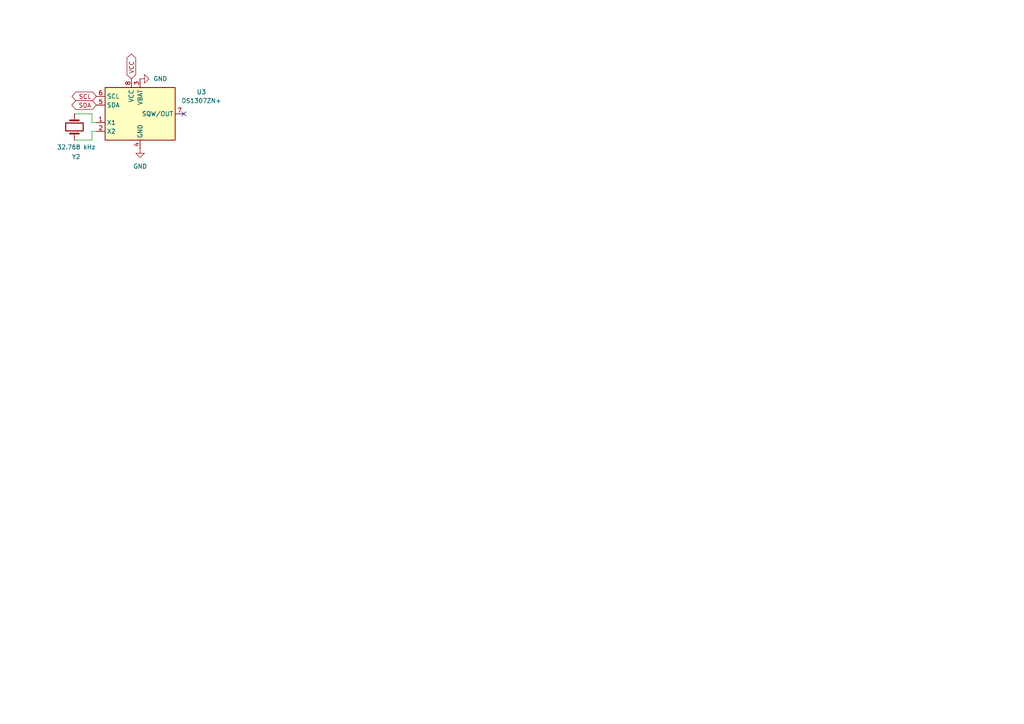
<source format=kicad_sch>
(kicad_sch (version 20231120) (generator "eeschema") (generator_version "8.0")
  (paper "A4")
  (lib_symbols
    (symbol "Device:Crystal" (pin_numbers hide) (pin_names (offset 1.016) hide)
      (property "Reference" "Y" (at 0 3.81 0))
      (property "Value" "Crystal" (at 0 -3.81 0))
      (symbol "Crystal_0_1"
        (rectangle (start -1.143 2.54) (end 1.143 -2.54) (stroke (width 0.3048)))
        (polyline (pts (xy -2.54 0) (xy -1.905 0)))
        (polyline (pts (xy -1.905 -1.27) (xy -1.905 1.27)) (stroke (width 0.508)))
        (polyline (pts (xy 1.905 -1.27) (xy 1.905 1.27)) (stroke (width 0.508)))
        (polyline (pts (xy 2.54 0) (xy 1.905 0)))
      )
      (symbol "Crystal_1_1"
        (pin passive line (at -3.81 0 0) (length 1.27) (name "1") (number "1"))
        (pin passive line (at 3.81 0 180) (length 1.27) (name "2") (number "2"))
      )
    )
    (symbol "Timer_RTC:DS1307ZN+"
      (property "Reference" "U" (at -8.89 8.89 0))
      (property "Value" "DS1307ZN+" (at 1.27 8.89 0))
      (symbol "DS1307ZN+_0_1"
        (rectangle (start -10.16 7.62) (end 10.16 -7.62) (stroke (width 0.254)) (fill (type background)))
      )
      (symbol "DS1307ZN+_1_1"
        (pin input line (at -12.7 -2.54 0) (length 2.54) (name "X1") (number "1"))
        (pin input line (at -12.7 -5.08 0) (length 2.54) (name "X2") (number "2"))
        (pin power_in line (at 0 10.16 270) (length 2.54) (name "VBAT") (number "3"))
        (pin power_in line (at 0 -10.16 90) (length 2.54) (name "GND") (number "4"))
        (pin bidirectional line (at -12.7 2.54 0) (length 2.54) (name "SDA") (number "5"))
        (pin input line (at -12.7 5.08 0) (length 2.54) (name "SCL") (number "6"))
        (pin open_collector line (at 12.7 0 180) (length 2.54) (name "SQW/OUT") (number "7"))
        (pin power_in line (at -2.54 10.16 270) (length 2.54) (name "VCC") (number "8"))
      )
    )
    (symbol "power:GND" (power) (pin_numbers hide) (pin_names (offset 0) hide)
      (property "Value" "GND" (at 0 -3.81 0))
      (symbol "GND_0_1"
        (polyline (pts (xy 0 0) (xy 0 -1.27) (xy 1.27 -1.27) (xy 0 -2.54) (xy -1.27 -1.27) (xy 0 -1.27)))
      )
      (symbol "GND_1_1"
        (pin power_in line (at 0 0 270) (length 0) (name "~") (number "1"))
      )
    )
  )
  (no_connect (at 53.34 33.02))
  (wire (pts (xy 26.67 35.56) (xy 26.67 33.02)))
  (wire (pts (xy 27.94 38.1) (xy 26.67 38.1)))
  (wire (pts (xy 21.59 40.64) (xy 26.67 40.64)))
  (wire (pts (xy 21.59 33.02) (xy 26.67 33.02)))
  (wire (pts (xy 27.94 35.56) (xy 26.67 35.56)))
  (wire (pts (xy 26.67 38.1) (xy 26.67 40.64)))
  (global_label "SCL" (shape bidirectional) (at 27.94 27.94 180) (property "Intersheetrefs" "${INTERSHEET_REFS}" (effects (hide yes))))
  (global_label "VCC" (shape bidirectional) (at 38.1 22.86 90) (property "Intersheetrefs" "${INTERSHEET_REFS}" (effects (hide yes))))
  (global_label "SDA" (shape bidirectional) (at 27.94 30.48 180) (property "Intersheetrefs" "${INTERSHEET_REFS}" (effects (hide yes))))
  (symbol (lib_id "power:GND") (at 40.64 22.86 90) (unit 1)
    (property "Reference" "#PWR015" (effects (hide yes)))
    (property "Value" "GND" (at 44.45 22.8599 90) (effects (justify right)))
    (property "Description" "Power symbol creates a global label with name \"GND\" , ground" (effects (hide yes)))
  )
  (symbol (lib_id "Device:Crystal") (at 21.59 36.83 90) (unit 1)
    (property "Reference" "Y2" (at 20.828 45.466 90) (effects (justify right)))
    (property "Value" "32.768 kHz" (at 16.51 42.672 90) (effects (justify right)))
    (property "Description" "Two pin crystal" (effects (hide yes)))
  )
  (symbol (lib_id "Timer_RTC:DS1307ZN+") (at 40.64 33.02 0) (unit 1)
    (property "Reference" "U3" (at 58.42 26.7014 0))
    (property "Value" "DS1307ZN+" (at 58.42 29.2414 0))
    (property "Footprint" "Package_SO:SOIC-8_3.9x4.9mm_P1.27mm" (effects (hide yes)))
    (property "Datasheet" "https://datasheets.maximintegrated.com/en/ds/DS1307.pdf" (effects (hide yes)))
    (property "Description" "64 x 8, Serial, I2C Real-time clock, 4.5V to 5.5V VCC, -40°C to +85°C, SOIC-8" (effects (hide yes)))
  )
  (symbol (lib_id "power:GND") (at 40.64 43.18 0) (unit 1)
    (property "Reference" "#PWR016" (effects (hide yes)))
    (property "Value" "GND" (at 40.64 48.26 0))
    (property "Description" "Power symbol creates a global label with name \"GND\" , ground" (effects (hide yes)))
  )
)
</source>
